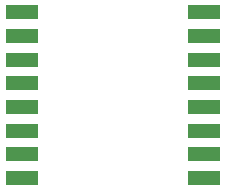
<source format=gbs>
G04 EAGLE Gerber RS-274X export*
G75*
%MOMM*%
%FSLAX34Y34*%
%LPD*%
%INSoldermask Bottom*%
%IPPOS*%
%AMOC8*
5,1,8,0,0,1.08239X$1,22.5*%
G01*
%ADD10R,2.803200X1.303200*%


D10*
X172806Y158548D03*
X172806Y138548D03*
X172806Y118548D03*
X172806Y98548D03*
X172806Y78548D03*
X172806Y58548D03*
X172806Y38548D03*
X172806Y18548D03*
X18806Y18548D03*
X18806Y38548D03*
X18806Y58548D03*
X18806Y78548D03*
X18806Y98548D03*
X18806Y118548D03*
X18806Y138548D03*
X18806Y158548D03*
M02*

</source>
